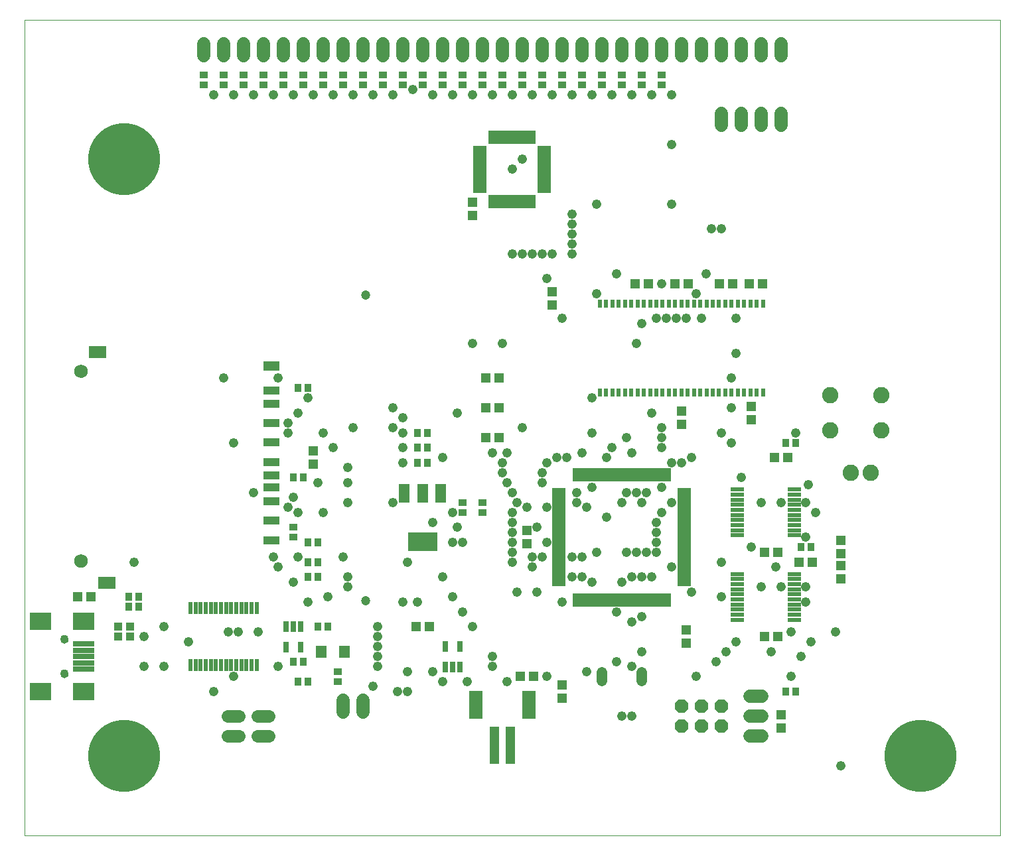
<source format=gts>
G75*
G70*
%OFA0B0*%
%FSLAX24Y24*%
%IPPOS*%
%LPD*%
%AMOC8*
5,1,8,0,0,1.08239X$1,22.5*
%
%ADD10C,0.0000*%
%ADD11R,0.0186X0.0671*%
%ADD12R,0.0671X0.0186*%
%ADD13R,0.1064X0.0277*%
%ADD14R,0.1064X0.0867*%
%ADD15C,0.0434*%
%ADD16R,0.0297X0.0552*%
%ADD17R,0.0356X0.0434*%
%ADD18R,0.0474X0.1891*%
%ADD19R,0.0710X0.1419*%
%ADD20R,0.0513X0.0474*%
%ADD21R,0.0552X0.0631*%
%ADD22C,0.0820*%
%ADD23C,0.0680*%
%ADD24R,0.0217X0.0630*%
%ADD25R,0.0395X0.0395*%
%ADD26R,0.0660X0.0190*%
%ADD27R,0.0190X0.0660*%
%ADD28C,0.0640*%
%ADD29R,0.0474X0.0513*%
%ADD30OC8,0.0680*%
%ADD31C,0.3623*%
%ADD32R,0.0237X0.0434*%
%ADD33R,0.0789X0.0434*%
%ADD34R,0.0867X0.0631*%
%ADD35R,0.0789X0.0513*%
%ADD36C,0.0690*%
%ADD37R,0.0434X0.0356*%
%ADD38C,0.0474*%
%ADD39R,0.0560X0.0960*%
%ADD40R,0.1497X0.0946*%
%ADD41C,0.0520*%
%ADD42R,0.0671X0.0237*%
%ADD43C,0.0476*%
D10*
X002141Y000100D02*
X051141Y000100D01*
X051141Y041100D01*
X002141Y041100D01*
X002141Y000100D01*
X003964Y008234D02*
X003966Y008260D01*
X003972Y008286D01*
X003982Y008311D01*
X003995Y008334D01*
X004011Y008354D01*
X004031Y008372D01*
X004053Y008387D01*
X004076Y008399D01*
X004102Y008407D01*
X004128Y008411D01*
X004154Y008411D01*
X004180Y008407D01*
X004206Y008399D01*
X004230Y008387D01*
X004251Y008372D01*
X004271Y008354D01*
X004287Y008334D01*
X004300Y008311D01*
X004310Y008286D01*
X004316Y008260D01*
X004318Y008234D01*
X004316Y008208D01*
X004310Y008182D01*
X004300Y008157D01*
X004287Y008134D01*
X004271Y008114D01*
X004251Y008096D01*
X004229Y008081D01*
X004206Y008069D01*
X004180Y008061D01*
X004154Y008057D01*
X004128Y008057D01*
X004102Y008061D01*
X004076Y008069D01*
X004052Y008081D01*
X004031Y008096D01*
X004011Y008114D01*
X003995Y008134D01*
X003982Y008157D01*
X003972Y008182D01*
X003966Y008208D01*
X003964Y008234D01*
X003964Y009966D02*
X003966Y009992D01*
X003972Y010018D01*
X003982Y010043D01*
X003995Y010066D01*
X004011Y010086D01*
X004031Y010104D01*
X004053Y010119D01*
X004076Y010131D01*
X004102Y010139D01*
X004128Y010143D01*
X004154Y010143D01*
X004180Y010139D01*
X004206Y010131D01*
X004230Y010119D01*
X004251Y010104D01*
X004271Y010086D01*
X004287Y010066D01*
X004300Y010043D01*
X004310Y010018D01*
X004316Y009992D01*
X004318Y009966D01*
X004316Y009940D01*
X004310Y009914D01*
X004300Y009889D01*
X004287Y009866D01*
X004271Y009846D01*
X004251Y009828D01*
X004229Y009813D01*
X004206Y009801D01*
X004180Y009793D01*
X004154Y009789D01*
X004128Y009789D01*
X004102Y009793D01*
X004076Y009801D01*
X004052Y009813D01*
X004031Y009828D01*
X004011Y009846D01*
X003995Y009866D01*
X003982Y009889D01*
X003972Y009914D01*
X003966Y009940D01*
X003964Y009966D01*
X004663Y013899D02*
X004665Y013934D01*
X004671Y013968D01*
X004681Y014001D01*
X004694Y014034D01*
X004711Y014064D01*
X004732Y014092D01*
X004755Y014118D01*
X004782Y014141D01*
X004810Y014160D01*
X004841Y014176D01*
X004874Y014189D01*
X004907Y014198D01*
X004942Y014203D01*
X004977Y014204D01*
X005011Y014201D01*
X005046Y014194D01*
X005079Y014183D01*
X005110Y014169D01*
X005140Y014151D01*
X005168Y014130D01*
X005193Y014105D01*
X005215Y014078D01*
X005234Y014049D01*
X005249Y014018D01*
X005261Y013985D01*
X005269Y013951D01*
X005273Y013916D01*
X005273Y013882D01*
X005269Y013847D01*
X005261Y013813D01*
X005249Y013780D01*
X005234Y013749D01*
X005215Y013720D01*
X005193Y013693D01*
X005168Y013668D01*
X005140Y013647D01*
X005110Y013629D01*
X005079Y013615D01*
X005046Y013604D01*
X005011Y013597D01*
X004977Y013594D01*
X004942Y013595D01*
X004907Y013600D01*
X004874Y013609D01*
X004841Y013622D01*
X004810Y013638D01*
X004782Y013657D01*
X004755Y013680D01*
X004732Y013706D01*
X004711Y013734D01*
X004694Y013764D01*
X004681Y013797D01*
X004671Y013830D01*
X004665Y013864D01*
X004663Y013899D01*
X004663Y023450D02*
X004665Y023485D01*
X004671Y023519D01*
X004681Y023552D01*
X004694Y023585D01*
X004711Y023615D01*
X004732Y023643D01*
X004755Y023669D01*
X004782Y023692D01*
X004810Y023711D01*
X004841Y023727D01*
X004874Y023740D01*
X004907Y023749D01*
X004942Y023754D01*
X004977Y023755D01*
X005011Y023752D01*
X005046Y023745D01*
X005079Y023734D01*
X005110Y023720D01*
X005140Y023702D01*
X005168Y023681D01*
X005193Y023656D01*
X005215Y023629D01*
X005234Y023600D01*
X005249Y023569D01*
X005261Y023536D01*
X005269Y023502D01*
X005273Y023467D01*
X005273Y023433D01*
X005269Y023398D01*
X005261Y023364D01*
X005249Y023331D01*
X005234Y023300D01*
X005215Y023271D01*
X005193Y023244D01*
X005168Y023219D01*
X005140Y023198D01*
X005110Y023180D01*
X005079Y023166D01*
X005046Y023155D01*
X005011Y023148D01*
X004977Y023145D01*
X004942Y023146D01*
X004907Y023151D01*
X004874Y023160D01*
X004841Y023173D01*
X004810Y023189D01*
X004782Y023208D01*
X004755Y023231D01*
X004732Y023257D01*
X004711Y023285D01*
X004694Y023315D01*
X004681Y023348D01*
X004671Y023381D01*
X004665Y023415D01*
X004663Y023450D01*
X019074Y027277D02*
X019076Y027304D01*
X019082Y027331D01*
X019091Y027357D01*
X019104Y027381D01*
X019120Y027404D01*
X019139Y027423D01*
X019161Y027440D01*
X019185Y027454D01*
X019210Y027464D01*
X019237Y027471D01*
X019264Y027474D01*
X019292Y027473D01*
X019319Y027468D01*
X019345Y027460D01*
X019369Y027448D01*
X019392Y027432D01*
X019413Y027414D01*
X019430Y027393D01*
X019445Y027369D01*
X019456Y027344D01*
X019464Y027318D01*
X019468Y027291D01*
X019468Y027263D01*
X019464Y027236D01*
X019456Y027210D01*
X019445Y027185D01*
X019430Y027161D01*
X019413Y027140D01*
X019392Y027122D01*
X019370Y027106D01*
X019345Y027094D01*
X019319Y027086D01*
X019292Y027081D01*
X019264Y027080D01*
X019237Y027083D01*
X019210Y027090D01*
X019185Y027100D01*
X019161Y027114D01*
X019139Y027131D01*
X019120Y027150D01*
X019104Y027173D01*
X019091Y027197D01*
X019082Y027223D01*
X019076Y027250D01*
X019074Y027277D01*
X019074Y011923D02*
X019076Y011950D01*
X019082Y011977D01*
X019091Y012003D01*
X019104Y012027D01*
X019120Y012050D01*
X019139Y012069D01*
X019161Y012086D01*
X019185Y012100D01*
X019210Y012110D01*
X019237Y012117D01*
X019264Y012120D01*
X019292Y012119D01*
X019319Y012114D01*
X019345Y012106D01*
X019369Y012094D01*
X019392Y012078D01*
X019413Y012060D01*
X019430Y012039D01*
X019445Y012015D01*
X019456Y011990D01*
X019464Y011964D01*
X019468Y011937D01*
X019468Y011909D01*
X019464Y011882D01*
X019456Y011856D01*
X019445Y011831D01*
X019430Y011807D01*
X019413Y011786D01*
X019392Y011768D01*
X019370Y011752D01*
X019345Y011740D01*
X019319Y011732D01*
X019292Y011727D01*
X019264Y011726D01*
X019237Y011729D01*
X019210Y011736D01*
X019185Y011746D01*
X019161Y011760D01*
X019139Y011777D01*
X019120Y011796D01*
X019104Y011819D01*
X019091Y011843D01*
X019082Y011869D01*
X019076Y011896D01*
X019074Y011923D01*
D11*
X029779Y011950D03*
X029975Y011950D03*
X030172Y011950D03*
X030369Y011950D03*
X030566Y011950D03*
X030763Y011950D03*
X030960Y011950D03*
X031156Y011950D03*
X031353Y011950D03*
X031550Y011950D03*
X031747Y011950D03*
X031944Y011950D03*
X032141Y011950D03*
X032338Y011950D03*
X032534Y011950D03*
X032731Y011950D03*
X032928Y011950D03*
X033125Y011950D03*
X033322Y011950D03*
X033519Y011950D03*
X033716Y011950D03*
X033912Y011950D03*
X034109Y011950D03*
X034306Y011950D03*
X034503Y011950D03*
X034503Y018250D03*
X034306Y018250D03*
X034109Y018250D03*
X033912Y018250D03*
X033716Y018250D03*
X033519Y018250D03*
X033322Y018250D03*
X033125Y018250D03*
X032928Y018250D03*
X032731Y018250D03*
X032534Y018250D03*
X032338Y018250D03*
X032141Y018250D03*
X031944Y018250D03*
X031747Y018250D03*
X031550Y018250D03*
X031353Y018250D03*
X031156Y018250D03*
X030960Y018250D03*
X030763Y018250D03*
X030566Y018250D03*
X030369Y018250D03*
X030172Y018250D03*
X029975Y018250D03*
X029779Y018250D03*
D12*
X028991Y017462D03*
X028991Y017265D03*
X028991Y017069D03*
X028991Y016872D03*
X028991Y016675D03*
X028991Y016478D03*
X028991Y016281D03*
X028991Y016084D03*
X028991Y015887D03*
X028991Y015691D03*
X028991Y015494D03*
X028991Y015297D03*
X028991Y015100D03*
X028991Y014903D03*
X028991Y014706D03*
X028991Y014509D03*
X028991Y014313D03*
X028991Y014116D03*
X028991Y013919D03*
X028991Y013722D03*
X028991Y013525D03*
X028991Y013328D03*
X028991Y013131D03*
X028991Y012935D03*
X028991Y012738D03*
X035290Y012738D03*
X035290Y012935D03*
X035290Y013131D03*
X035290Y013328D03*
X035290Y013525D03*
X035290Y013722D03*
X035290Y013919D03*
X035290Y014116D03*
X035290Y014313D03*
X035290Y014509D03*
X035290Y014706D03*
X035290Y014903D03*
X035290Y015100D03*
X035290Y015297D03*
X035290Y015494D03*
X035290Y015691D03*
X035290Y015887D03*
X035290Y016084D03*
X035290Y016281D03*
X035290Y016478D03*
X035290Y016675D03*
X035290Y016872D03*
X035290Y017069D03*
X035290Y017265D03*
X035290Y017462D03*
D13*
X005125Y009730D03*
X005125Y009415D03*
X005125Y009100D03*
X005125Y008785D03*
X005125Y008470D03*
D14*
X005125Y007328D03*
X002960Y007328D03*
X002960Y010872D03*
X005125Y010872D03*
D15*
X004141Y009966D03*
X004141Y008234D03*
D16*
X015267Y009588D03*
X016015Y009588D03*
X016015Y010612D03*
X015641Y010612D03*
X015267Y010612D03*
X023267Y009612D03*
X024015Y009612D03*
X024015Y008588D03*
X023641Y008588D03*
X023267Y008588D03*
D17*
X017397Y010600D03*
X016885Y010600D03*
X016147Y008850D03*
X015635Y008850D03*
X015885Y007850D03*
X016397Y007850D03*
X016385Y013100D03*
X016897Y013100D03*
X016897Y013850D03*
X016385Y013850D03*
X016385Y014850D03*
X016897Y014850D03*
X016147Y018100D03*
X015635Y018100D03*
X015885Y022600D03*
X016397Y022600D03*
X021885Y020350D03*
X022397Y020350D03*
X022397Y019600D03*
X021885Y019600D03*
X021885Y018850D03*
X022397Y018850D03*
X007897Y012100D03*
X007897Y011600D03*
X007385Y011600D03*
X007385Y012100D03*
X040385Y007350D03*
X040897Y007350D03*
X041135Y014600D03*
X041647Y014600D03*
X040897Y019850D03*
X040385Y019850D03*
D18*
X026534Y004643D03*
X025747Y004643D03*
D19*
X024802Y006691D03*
X027479Y006691D03*
D20*
X027725Y008100D03*
X027056Y008100D03*
X022475Y010600D03*
X021806Y010600D03*
X025306Y020100D03*
X025975Y020100D03*
X025975Y021600D03*
X025306Y021600D03*
X025306Y023100D03*
X025975Y023100D03*
X032806Y027850D03*
X033475Y027850D03*
X034806Y027850D03*
X035475Y027850D03*
X037056Y027850D03*
X037725Y027850D03*
X038556Y027850D03*
X039225Y027850D03*
X039806Y019100D03*
X040475Y019100D03*
X039975Y014350D03*
X039306Y014350D03*
X041056Y013850D03*
X041725Y013850D03*
X039975Y010100D03*
X039306Y010100D03*
X005475Y012100D03*
X004806Y012100D03*
D21*
X017050Y009350D03*
X018231Y009350D03*
D22*
X042611Y020460D03*
X042611Y022240D03*
X045171Y022240D03*
X045171Y020460D03*
X044641Y018350D03*
X043641Y018350D03*
D23*
X039191Y007100D02*
X038591Y007100D01*
X038591Y006100D02*
X039191Y006100D01*
X039191Y005100D02*
X038591Y005100D01*
X019141Y006300D02*
X019141Y006900D01*
X018141Y006900D02*
X018141Y006300D01*
X037141Y035800D02*
X037141Y036400D01*
X038141Y036400D02*
X038141Y035800D01*
X039141Y035800D02*
X039141Y036400D01*
X040141Y036400D02*
X040141Y035800D01*
X040141Y039300D02*
X040141Y039900D01*
X039141Y039900D02*
X039141Y039300D01*
X038141Y039300D02*
X038141Y039900D01*
X037141Y039900D02*
X037141Y039300D01*
X036141Y039300D02*
X036141Y039900D01*
X035141Y039900D02*
X035141Y039300D01*
X034141Y039300D02*
X034141Y039900D01*
X033141Y039900D02*
X033141Y039300D01*
X032141Y039300D02*
X032141Y039900D01*
X031141Y039900D02*
X031141Y039300D01*
X030141Y039300D02*
X030141Y039900D01*
X029141Y039900D02*
X029141Y039300D01*
X028141Y039300D02*
X028141Y039900D01*
X027141Y039900D02*
X027141Y039300D01*
X026141Y039300D02*
X026141Y039900D01*
X025141Y039900D02*
X025141Y039300D01*
X024141Y039300D02*
X024141Y039900D01*
X023141Y039900D02*
X023141Y039300D01*
X022141Y039300D02*
X022141Y039900D01*
X021141Y039900D02*
X021141Y039300D01*
X020141Y039300D02*
X020141Y039900D01*
X019141Y039900D02*
X019141Y039300D01*
X018141Y039300D02*
X018141Y039900D01*
X017141Y039900D02*
X017141Y039300D01*
X016141Y039300D02*
X016141Y039900D01*
X015141Y039900D02*
X015141Y039300D01*
X014141Y039300D02*
X014141Y039900D01*
X013141Y039900D02*
X013141Y039300D01*
X012141Y039300D02*
X012141Y039900D01*
X011141Y039900D02*
X011141Y039300D01*
D24*
X011245Y011539D03*
X010989Y011539D03*
X010733Y011539D03*
X010477Y011539D03*
X011501Y011539D03*
X011757Y011539D03*
X012013Y011539D03*
X012269Y011539D03*
X012525Y011539D03*
X012781Y011539D03*
X013036Y011539D03*
X013292Y011539D03*
X013548Y011539D03*
X013804Y011539D03*
X013804Y008661D03*
X013548Y008661D03*
X013292Y008661D03*
X013036Y008661D03*
X012781Y008661D03*
X012525Y008661D03*
X012269Y008661D03*
X012013Y008661D03*
X011757Y008661D03*
X011501Y008661D03*
X011245Y008661D03*
X010989Y008661D03*
X010733Y008661D03*
X010477Y008661D03*
D25*
X007436Y010100D03*
X007436Y010600D03*
X006845Y010600D03*
X006845Y010100D03*
D26*
X025021Y032520D03*
X025021Y032710D03*
X025021Y032910D03*
X025021Y033110D03*
X025021Y033300D03*
X025021Y033500D03*
X025021Y033700D03*
X025021Y033900D03*
X025021Y034090D03*
X025021Y034290D03*
X025021Y034490D03*
X025021Y034680D03*
X028261Y034680D03*
X028261Y034490D03*
X028261Y034290D03*
X028261Y034090D03*
X028261Y033900D03*
X028261Y033700D03*
X028261Y033500D03*
X028261Y033300D03*
X028261Y033110D03*
X028261Y032910D03*
X028261Y032710D03*
X028261Y032520D03*
D27*
X027721Y031980D03*
X027531Y031980D03*
X027331Y031980D03*
X027131Y031980D03*
X026941Y031980D03*
X026741Y031980D03*
X026541Y031980D03*
X026341Y031980D03*
X026151Y031980D03*
X025951Y031980D03*
X025751Y031980D03*
X025561Y031980D03*
X025561Y035220D03*
X025751Y035220D03*
X025951Y035220D03*
X026151Y035220D03*
X026341Y035220D03*
X026541Y035220D03*
X026741Y035220D03*
X026941Y035220D03*
X027131Y035220D03*
X027331Y035220D03*
X027531Y035220D03*
X027721Y035220D03*
D28*
X014421Y006100D02*
X013861Y006100D01*
X012921Y006100D02*
X012361Y006100D01*
X012361Y005100D02*
X012921Y005100D01*
X013861Y005100D02*
X014421Y005100D01*
D29*
X027391Y014765D03*
X027391Y015435D03*
X035141Y020765D03*
X035141Y021435D03*
X038641Y021685D03*
X038641Y021015D03*
X043141Y014935D03*
X043141Y014265D03*
X043141Y013685D03*
X043141Y013015D03*
X035391Y010435D03*
X035391Y009765D03*
X040141Y006185D03*
X040141Y005515D03*
X029141Y007015D03*
X029141Y007685D03*
X016641Y018765D03*
X016641Y019435D03*
X028641Y026765D03*
X028641Y027435D03*
X024641Y031265D03*
X024641Y031935D03*
D30*
X035141Y006600D03*
X036141Y006600D03*
X037141Y006600D03*
X037141Y005600D03*
X036141Y005600D03*
X035141Y005600D03*
D31*
X047141Y004100D03*
X007141Y004100D03*
X007141Y034100D03*
D32*
X031046Y026836D03*
X031361Y026836D03*
X031676Y026836D03*
X031991Y026836D03*
X032306Y026836D03*
X032621Y026836D03*
X032936Y026836D03*
X033251Y026836D03*
X033566Y026836D03*
X033881Y026836D03*
X034196Y026836D03*
X034511Y026836D03*
X034826Y026836D03*
X035141Y026836D03*
X035456Y026836D03*
X035771Y026836D03*
X036086Y026836D03*
X036401Y026836D03*
X036716Y026836D03*
X037031Y026836D03*
X037345Y026836D03*
X037660Y026836D03*
X037975Y026836D03*
X038290Y026836D03*
X038605Y026836D03*
X038920Y026836D03*
X039235Y026836D03*
X039235Y022364D03*
X038920Y022364D03*
X038605Y022364D03*
X038290Y022364D03*
X037975Y022364D03*
X037660Y022364D03*
X037345Y022364D03*
X037031Y022364D03*
X036716Y022364D03*
X036401Y022364D03*
X036086Y022364D03*
X035771Y022364D03*
X035456Y022364D03*
X035141Y022364D03*
X034826Y022364D03*
X034511Y022364D03*
X034196Y022364D03*
X033881Y022364D03*
X033566Y022364D03*
X033251Y022364D03*
X032936Y022364D03*
X032621Y022364D03*
X032306Y022364D03*
X031991Y022364D03*
X031676Y022364D03*
X031361Y022364D03*
X031046Y022364D03*
D33*
X014534Y022478D03*
X014534Y021809D03*
X014534Y020856D03*
X014534Y019872D03*
X014534Y018887D03*
X014534Y018198D03*
X014534Y017608D03*
X014534Y016919D03*
X014534Y015935D03*
X014534Y014950D03*
D34*
X006267Y012793D03*
X005814Y024407D03*
D35*
X014534Y023718D03*
D36*
X004968Y023450D03*
X004968Y013899D03*
D37*
X015641Y015094D03*
X015641Y015606D03*
X017891Y008356D03*
X017891Y007844D03*
X024141Y016344D03*
X024141Y016856D03*
X025141Y016856D03*
X025141Y016344D03*
X025141Y037844D03*
X025141Y038356D03*
X026141Y038356D03*
X027141Y038356D03*
X027141Y037844D03*
X026141Y037844D03*
X028141Y037844D03*
X028141Y038356D03*
X029141Y038356D03*
X029141Y037844D03*
X030141Y037844D03*
X030141Y038356D03*
X031141Y038356D03*
X031141Y037844D03*
X032141Y037844D03*
X032141Y038356D03*
X033141Y038356D03*
X033141Y037844D03*
X034141Y037844D03*
X034141Y038356D03*
X024141Y038356D03*
X024141Y037844D03*
X023141Y037844D03*
X023141Y038356D03*
X022141Y038356D03*
X022141Y037844D03*
X021141Y037844D03*
X021141Y038356D03*
X020141Y038356D03*
X020141Y037844D03*
X019141Y037844D03*
X019141Y038356D03*
X018141Y038356D03*
X018141Y037844D03*
X017141Y037844D03*
X017141Y038356D03*
X016141Y038356D03*
X016141Y037844D03*
X015141Y037844D03*
X015141Y038356D03*
X014141Y038356D03*
X014141Y037844D03*
X013141Y037844D03*
X013141Y038356D03*
X012141Y038356D03*
X012141Y037844D03*
X011141Y037844D03*
X011141Y038356D03*
D38*
X019271Y027277D03*
X019271Y011923D03*
D39*
X021231Y017320D03*
X022141Y017320D03*
X023051Y017320D03*
D40*
X022141Y014880D03*
D41*
X031141Y008320D02*
X031141Y007880D01*
X033141Y007880D02*
X033141Y008320D01*
D42*
X037964Y010948D03*
X037964Y011204D03*
X037964Y011460D03*
X037964Y011716D03*
X037964Y011972D03*
X037964Y012228D03*
X037964Y012484D03*
X037964Y012740D03*
X037964Y012996D03*
X037964Y013252D03*
X037964Y015198D03*
X037964Y015454D03*
X037964Y015710D03*
X037964Y015966D03*
X037964Y016222D03*
X037964Y016478D03*
X037964Y016734D03*
X037964Y016990D03*
X037964Y017246D03*
X037964Y017502D03*
X040818Y017502D03*
X040818Y017246D03*
X040818Y016990D03*
X040818Y016734D03*
X040818Y016478D03*
X040818Y016222D03*
X040818Y015966D03*
X040818Y015710D03*
X040818Y015454D03*
X040818Y015198D03*
X040818Y013252D03*
X040818Y012996D03*
X040818Y012740D03*
X040818Y012484D03*
X040818Y012228D03*
X040818Y011972D03*
X040818Y011716D03*
X040818Y011460D03*
X040818Y011204D03*
X040818Y010948D03*
D43*
X040641Y010350D03*
X041641Y009850D03*
X041141Y009100D03*
X040641Y008100D03*
X039641Y009350D03*
X037891Y009850D03*
X037391Y009350D03*
X036891Y008850D03*
X035891Y008100D03*
X033141Y009350D03*
X032641Y008600D03*
X031891Y008850D03*
X030391Y008350D03*
X028391Y008100D03*
X026391Y007850D03*
X025641Y008600D03*
X025641Y009100D03*
X024391Y007850D03*
X023141Y007850D03*
X022641Y008350D03*
X021391Y008350D03*
X021391Y007350D03*
X020891Y007350D03*
X019641Y007600D03*
X019891Y008600D03*
X019891Y009100D03*
X019891Y009600D03*
X019891Y010100D03*
X019891Y010600D03*
X021141Y011850D03*
X021891Y011850D03*
X023141Y013100D03*
X023641Y012100D03*
X024141Y011350D03*
X024641Y010600D03*
X026891Y012350D03*
X027891Y012350D03*
X029141Y011850D03*
X029641Y013100D03*
X030141Y013100D03*
X030641Y012850D03*
X030141Y014100D03*
X029641Y014100D03*
X028391Y014850D03*
X027891Y015600D03*
X028391Y016600D03*
X027391Y016600D03*
X026891Y016850D03*
X026641Y016350D03*
X026641Y015850D03*
X026641Y015350D03*
X026641Y014850D03*
X026641Y014350D03*
X026641Y013850D03*
X027641Y013600D03*
X027641Y014100D03*
X028141Y014100D03*
X030891Y014350D03*
X032391Y014350D03*
X032891Y014350D03*
X033391Y014350D03*
X033891Y014350D03*
X034641Y013600D03*
X033641Y013100D03*
X033141Y013100D03*
X032641Y013100D03*
X032141Y012850D03*
X031891Y011350D03*
X032641Y010850D03*
X033141Y011100D03*
X035641Y012350D03*
X037141Y012100D03*
X037141Y013850D03*
X038641Y014600D03*
X039891Y013600D03*
X040141Y012600D03*
X039141Y012600D03*
X041391Y012600D03*
X041391Y011850D03*
X042891Y010350D03*
X041391Y015100D03*
X041891Y016350D03*
X041391Y016850D03*
X040141Y016850D03*
X039141Y016850D03*
X038141Y018100D03*
X037641Y019850D03*
X037141Y020350D03*
X037641Y021600D03*
X037641Y023100D03*
X037891Y024350D03*
X037891Y026100D03*
X036141Y026100D03*
X035391Y026100D03*
X034891Y026100D03*
X034391Y026100D03*
X033891Y026100D03*
X033141Y025850D03*
X032891Y024850D03*
X030891Y027350D03*
X031891Y028350D03*
X034141Y027850D03*
X035891Y027350D03*
X036391Y028350D03*
X036641Y030600D03*
X037141Y030600D03*
X034641Y031850D03*
X034641Y034850D03*
X034641Y037350D03*
X033641Y037350D03*
X032641Y037350D03*
X031641Y037350D03*
X030641Y037350D03*
X029641Y037350D03*
X028641Y037350D03*
X027641Y037350D03*
X026641Y037350D03*
X025641Y037350D03*
X024641Y037350D03*
X023641Y037350D03*
X022641Y037350D03*
X021641Y037600D03*
X020641Y037350D03*
X019641Y037350D03*
X018641Y037350D03*
X017641Y037350D03*
X016641Y037350D03*
X015641Y037350D03*
X014641Y037350D03*
X013641Y037350D03*
X012641Y037350D03*
X011641Y037350D03*
X026641Y033600D03*
X027141Y034100D03*
X029641Y031350D03*
X029641Y030850D03*
X029641Y030350D03*
X029641Y029850D03*
X029641Y029350D03*
X028641Y029350D03*
X028141Y029350D03*
X027641Y029350D03*
X027141Y029350D03*
X026641Y029350D03*
X028391Y028100D03*
X029141Y026100D03*
X026141Y024850D03*
X024641Y024850D03*
X020641Y021600D03*
X021141Y021100D03*
X020641Y020600D03*
X021141Y020350D03*
X021141Y019600D03*
X021141Y018850D03*
X023141Y019100D03*
X023891Y021350D03*
X025641Y019350D03*
X026141Y018850D03*
X026141Y018350D03*
X026391Y017850D03*
X026641Y017350D03*
X028141Y017850D03*
X028141Y018350D03*
X028391Y018850D03*
X028891Y019100D03*
X029391Y019100D03*
X030141Y019350D03*
X030641Y020350D03*
X031641Y019600D03*
X031391Y019100D03*
X032641Y019350D03*
X032391Y020100D03*
X034141Y020100D03*
X034141Y019600D03*
X034641Y018850D03*
X035141Y018850D03*
X035641Y019100D03*
X034141Y017600D03*
X033391Y017350D03*
X032891Y017350D03*
X032391Y017350D03*
X032141Y016850D03*
X031391Y016100D03*
X030391Y016600D03*
X029891Y016850D03*
X029891Y017350D03*
X030641Y017600D03*
X033141Y016850D03*
X034141Y016350D03*
X033891Y015850D03*
X033891Y015350D03*
X033891Y014850D03*
X034641Y016850D03*
X034141Y020600D03*
X033641Y021350D03*
X030641Y022100D03*
X027141Y020600D03*
X026391Y019350D03*
X023641Y016350D03*
X023891Y015600D03*
X024141Y014850D03*
X023641Y014850D03*
X022641Y015850D03*
X020641Y016850D03*
X018391Y016850D03*
X017141Y016350D03*
X015891Y016350D03*
X015391Y016600D03*
X015641Y017100D03*
X016891Y017850D03*
X018391Y017850D03*
X018391Y018600D03*
X017641Y019600D03*
X017141Y020350D03*
X015891Y021350D03*
X015391Y020850D03*
X015391Y020350D03*
X016391Y022100D03*
X014891Y023100D03*
X012141Y023100D03*
X012641Y019850D03*
X013641Y017350D03*
X014641Y014100D03*
X014891Y013600D03*
X015641Y012850D03*
X016391Y011850D03*
X017391Y012100D03*
X018391Y012600D03*
X018391Y013100D03*
X018141Y014100D03*
X015891Y014100D03*
X013891Y010350D03*
X012891Y010350D03*
X012391Y010350D03*
X010391Y009850D03*
X009141Y010600D03*
X008141Y010100D03*
X008141Y008600D03*
X009141Y008600D03*
X011641Y007350D03*
X012641Y008100D03*
X014891Y008600D03*
X021391Y013850D03*
X018641Y020600D03*
X007641Y013850D03*
X030891Y031850D03*
X040891Y020350D03*
X041516Y017725D03*
X032641Y006100D03*
X032141Y006100D03*
X043141Y003600D03*
M02*

</source>
